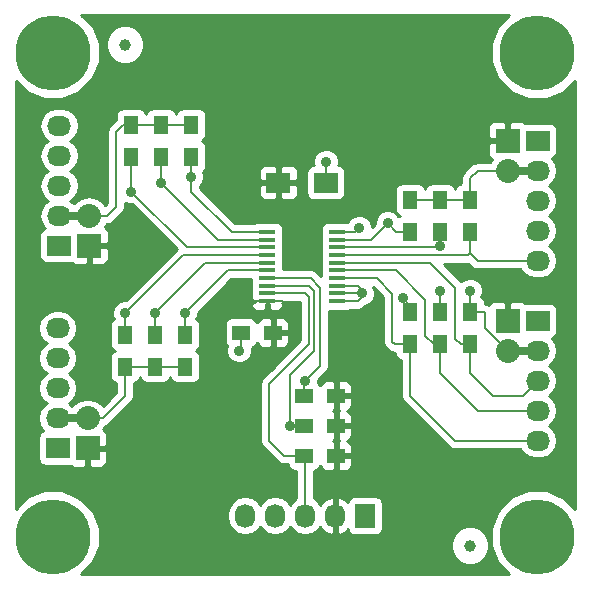
<source format=gtl>
G04 #@! TF.FileFunction,Copper,L1,Top,Signal*
%FSLAX46Y46*%
G04 Gerber Fmt 4.6, Leading zero omitted, Abs format (unit mm)*
G04 Created by KiCad (PCBNEW (after 2015-mar-04 BZR unknown)-product) date 8/1/2015 10:10:58 AM*
%MOMM*%
G01*
G04 APERTURE LIST*
%ADD10C,0.150000*%
%ADD11C,1.000000*%
%ADD12R,1.500000X1.300000*%
%ADD13R,1.300000X1.500000*%
%ADD14C,6.350000*%
%ADD15R,2.032000X1.727200*%
%ADD16O,2.032000X1.727200*%
%ADD17R,1.727200X2.032000*%
%ADD18O,1.727200X2.032000*%
%ADD19R,1.450000X0.450000*%
%ADD20R,2.032000X2.032000*%
%ADD21O,2.032000X2.032000*%
%ADD22R,2.000000X1.700000*%
%ADD23C,0.889000*%
%ADD24C,0.635000*%
%ADD25C,0.203200*%
%ADD26C,0.254000*%
G04 APERTURE END LIST*
D10*
D11*
X194310000Y-125730000D03*
X165100000Y-83312000D03*
D12*
X182960000Y-113030000D03*
X180260000Y-113030000D03*
X182960000Y-115570000D03*
X180260000Y-115570000D03*
X182960000Y-118110000D03*
X180260000Y-118110000D03*
D13*
X189230000Y-105965000D03*
X189230000Y-108665000D03*
X194310000Y-96440000D03*
X194310000Y-99140000D03*
X170688000Y-90090000D03*
X170688000Y-92790000D03*
X165100000Y-110570000D03*
X165100000Y-107870000D03*
X191770000Y-105965000D03*
X191770000Y-108665000D03*
X191770000Y-96440000D03*
X191770000Y-99140000D03*
X168148000Y-90090000D03*
X168148000Y-92790000D03*
X167640000Y-110570000D03*
X167640000Y-107870000D03*
X194310000Y-105965000D03*
X194310000Y-108665000D03*
D14*
X159000000Y-84000000D03*
X200000000Y-84000000D03*
X159000000Y-125000000D03*
X200000000Y-125000000D03*
D15*
X200025000Y-106680000D03*
D16*
X200025000Y-109220000D03*
X200025000Y-111760000D03*
X200025000Y-114300000D03*
X200025000Y-116840000D03*
D15*
X200025000Y-91440000D03*
D16*
X200025000Y-93980000D03*
X200025000Y-96520000D03*
X200025000Y-99060000D03*
X200025000Y-101600000D03*
D15*
X159512000Y-100330000D03*
D16*
X159512000Y-97790000D03*
X159512000Y-95250000D03*
X159512000Y-92710000D03*
X159512000Y-90170000D03*
D15*
X159385000Y-117475000D03*
D16*
X159385000Y-114935000D03*
X159385000Y-112395000D03*
X159385000Y-109855000D03*
X159385000Y-107315000D03*
D13*
X189230000Y-96440000D03*
X189230000Y-99140000D03*
X165608000Y-90090000D03*
X165608000Y-92790000D03*
X170180000Y-110570000D03*
X170180000Y-107870000D03*
D17*
X185420000Y-123190000D03*
D18*
X182880000Y-123190000D03*
X180340000Y-123190000D03*
X177800000Y-123190000D03*
X175260000Y-123190000D03*
D19*
X183036000Y-105033000D03*
X183036000Y-104383000D03*
X183036000Y-103733000D03*
X183036000Y-103083000D03*
X183036000Y-102433000D03*
X183036000Y-101783000D03*
X183036000Y-101133000D03*
X183036000Y-100483000D03*
X183036000Y-99833000D03*
X183036000Y-99183000D03*
X177136000Y-99183000D03*
X177136000Y-99833000D03*
X177136000Y-100483000D03*
X177136000Y-101133000D03*
X177136000Y-101783000D03*
X177136000Y-102433000D03*
X177136000Y-103083000D03*
X177136000Y-103733000D03*
X177136000Y-104383000D03*
X177136000Y-105033000D03*
D20*
X197485000Y-106680000D03*
D21*
X197485000Y-109220000D03*
D20*
X197485000Y-91440000D03*
D21*
X197485000Y-93980000D03*
D20*
X162052000Y-100330000D03*
D21*
X162052000Y-97790000D03*
D20*
X161925000Y-117475000D03*
D21*
X161925000Y-114935000D03*
D12*
X177626000Y-107696000D03*
X174926000Y-107696000D03*
D22*
X178086000Y-94996000D03*
X182086000Y-94996000D03*
D23*
X194310000Y-104140000D03*
X191770000Y-104140000D03*
X188595000Y-104775000D03*
X184912000Y-98806000D03*
X185155000Y-104383000D03*
X174752000Y-109220000D03*
X182118000Y-93218000D03*
X187325000Y-98425000D03*
X191770000Y-100330000D03*
X165608000Y-95758000D03*
X168148000Y-94996000D03*
X170180000Y-106045000D03*
X167640000Y-106045000D03*
X180340000Y-111760000D03*
X170688000Y-94488000D03*
X165100000Y-106045000D03*
X179070000Y-115570000D03*
D24*
X197485000Y-109220000D02*
X200025000Y-109220000D01*
D25*
X197485000Y-109220000D02*
X195580000Y-107315000D01*
X195580000Y-107315000D02*
X195580000Y-106045000D01*
X195580000Y-106045000D02*
X195500000Y-105965000D01*
X195500000Y-105965000D02*
X194310000Y-105965000D01*
X191770000Y-104140000D02*
X191770000Y-105965000D01*
X194310000Y-105965000D02*
X194310000Y-104140000D01*
X189230000Y-105410000D02*
X188595000Y-104775000D01*
X189230000Y-105965000D02*
X189230000Y-105410000D01*
D24*
X197485000Y-93980000D02*
X200025000Y-93980000D01*
D25*
X194945000Y-93980000D02*
X194310000Y-94615000D01*
X194310000Y-94615000D02*
X194310000Y-96440000D01*
X197485000Y-93980000D02*
X194945000Y-93980000D01*
X194310000Y-96440000D02*
X191770000Y-96440000D01*
X191770000Y-96440000D02*
X189230000Y-96440000D01*
D24*
X159512000Y-97790000D02*
X162052000Y-97790000D01*
D25*
X168148000Y-90090000D02*
X170688000Y-90090000D01*
X165608000Y-90090000D02*
X168148000Y-90090000D01*
X162052000Y-97790000D02*
X163576000Y-97790000D01*
X164926000Y-90090000D02*
X165608000Y-90090000D01*
X164338000Y-90678000D02*
X164926000Y-90090000D01*
X164338000Y-97028000D02*
X164338000Y-90678000D01*
X163576000Y-97790000D02*
X164338000Y-97028000D01*
D24*
X159385000Y-114935000D02*
X161925000Y-114935000D01*
D25*
X165100000Y-110570000D02*
X167640000Y-110570000D01*
X167640000Y-110570000D02*
X170180000Y-110570000D01*
X163195000Y-114935000D02*
X165100000Y-113030000D01*
X165100000Y-113030000D02*
X165100000Y-110570000D01*
X161925000Y-114935000D02*
X163195000Y-114935000D01*
X183036000Y-99183000D02*
X184535000Y-99183000D01*
X184535000Y-99183000D02*
X184912000Y-98806000D01*
X185166000Y-104648000D02*
X185166000Y-104394000D01*
X185166000Y-104394000D02*
X185155000Y-104383000D01*
X183036000Y-103733000D02*
X184811000Y-103733000D01*
X185155000Y-104077000D02*
X185155000Y-104383000D01*
X184811000Y-103733000D02*
X185155000Y-104077000D01*
X183036000Y-105033000D02*
X184781000Y-105033000D01*
X185155000Y-104383000D02*
X183036000Y-104383000D01*
X185166000Y-104394000D02*
X185155000Y-104383000D01*
X184781000Y-105033000D02*
X185166000Y-104648000D01*
X174926000Y-109046000D02*
X174752000Y-109220000D01*
X174926000Y-107696000D02*
X174926000Y-109046000D01*
X182086000Y-93250000D02*
X182118000Y-93218000D01*
X182086000Y-94996000D02*
X182086000Y-93250000D01*
X194310000Y-108665000D02*
X193501000Y-108665000D01*
X193501000Y-108665000D02*
X193040000Y-108204000D01*
X193040000Y-103886000D02*
X193040000Y-108204000D01*
X194009000Y-108966000D02*
X194310000Y-108665000D01*
X198755000Y-113030000D02*
X196215000Y-113030000D01*
X196215000Y-113030000D02*
X194310000Y-111125000D01*
X194310000Y-111125000D02*
X194310000Y-108665000D01*
X200025000Y-111760000D02*
X198755000Y-113030000D01*
X190937000Y-101783000D02*
X193040000Y-103886000D01*
X183036000Y-101783000D02*
X190937000Y-101783000D01*
X190500000Y-107950000D02*
X191215000Y-108665000D01*
X190500000Y-104902000D02*
X190500000Y-107950000D01*
X191215000Y-108665000D02*
X191770000Y-108665000D01*
X194945000Y-114300000D02*
X191770000Y-111125000D01*
X191770000Y-111125000D02*
X191770000Y-108665000D01*
X200025000Y-114300000D02*
X194945000Y-114300000D01*
X188031000Y-102433000D02*
X190500000Y-104902000D01*
X183036000Y-102433000D02*
X188031000Y-102433000D01*
X183036000Y-99833000D02*
X185917000Y-99833000D01*
X185917000Y-99833000D02*
X187325000Y-98425000D01*
X187325000Y-98425000D02*
X188040000Y-99140000D01*
X188040000Y-99140000D02*
X189230000Y-99140000D01*
X183036000Y-100483000D02*
X191617000Y-100483000D01*
X191617000Y-100483000D02*
X191770000Y-100330000D01*
X191770000Y-100330000D02*
X191770000Y-99140000D01*
X177136000Y-100483000D02*
X170333000Y-100483000D01*
X165608000Y-95758000D02*
X165608000Y-92790000D01*
X170333000Y-100483000D02*
X165608000Y-95758000D01*
X177136000Y-99833000D02*
X172985000Y-99833000D01*
X168148000Y-94996000D02*
X168148000Y-92790000D01*
X172985000Y-99833000D02*
X168148000Y-94996000D01*
X170180000Y-106045000D02*
X170180000Y-107870000D01*
X173792000Y-102433000D02*
X170180000Y-106045000D01*
X177136000Y-102433000D02*
X173792000Y-102433000D01*
X167640000Y-106045000D02*
X167640000Y-107870000D01*
X171902000Y-101783000D02*
X167640000Y-106045000D01*
X177136000Y-101783000D02*
X171902000Y-101783000D01*
X177136000Y-103083000D02*
X180807000Y-103083000D01*
X181610000Y-110490000D02*
X180340000Y-111760000D01*
X181610000Y-103886000D02*
X181610000Y-110490000D01*
X180807000Y-103083000D02*
X181610000Y-103886000D01*
X180340000Y-111760000D02*
X180260000Y-111760000D01*
X180260000Y-113030000D02*
X180260000Y-111760000D01*
X183036000Y-103083000D02*
X186395000Y-103083000D01*
X187913000Y-108665000D02*
X189230000Y-108665000D01*
X187706000Y-108458000D02*
X187913000Y-108665000D01*
X187706000Y-104394000D02*
X187706000Y-108458000D01*
X186395000Y-103083000D02*
X187706000Y-104394000D01*
X193040000Y-116840000D02*
X189230000Y-113030000D01*
X189230000Y-113030000D02*
X189230000Y-108665000D01*
X200025000Y-116840000D02*
X193040000Y-116840000D01*
X183036000Y-101133000D02*
X194142000Y-101133000D01*
X194142000Y-101133000D02*
X194310000Y-100965000D01*
X194310000Y-100965000D02*
X194310000Y-99140000D01*
X194945000Y-101600000D02*
X194310000Y-100965000D01*
X200025000Y-101600000D02*
X194945000Y-101600000D01*
X177136000Y-99183000D02*
X174113000Y-99183000D01*
X170688000Y-95758000D02*
X170688000Y-94488000D01*
X174113000Y-99183000D02*
X170688000Y-95758000D01*
X170688000Y-94488000D02*
X170688000Y-92790000D01*
X165100000Y-106045000D02*
X165100000Y-107870000D01*
X170012000Y-101133000D02*
X165100000Y-106045000D01*
X177136000Y-101133000D02*
X170012000Y-101133000D01*
X177136000Y-105033000D02*
X178439000Y-105033000D01*
X178439000Y-105033000D02*
X178562000Y-105156000D01*
X177136000Y-105033000D02*
X175899000Y-105033000D01*
X175899000Y-105033000D02*
X175768000Y-104902000D01*
X182880000Y-118190000D02*
X182960000Y-118110000D01*
X182880000Y-123190000D02*
X182880000Y-118190000D01*
X182960000Y-118110000D02*
X182960000Y-115570000D01*
X182960000Y-115570000D02*
X182960000Y-113030000D01*
X177136000Y-104383000D02*
X180329000Y-104383000D01*
X177292000Y-112014000D02*
X177292000Y-116840000D01*
X180644798Y-108661202D02*
X177292000Y-112014000D01*
X180644798Y-104698798D02*
X180644798Y-108661202D01*
X180329000Y-104383000D02*
X180644798Y-104698798D01*
X178562000Y-118110000D02*
X180260000Y-118110000D01*
X177292000Y-116840000D02*
X178562000Y-118110000D01*
X180340000Y-118190000D02*
X180260000Y-118110000D01*
X180340000Y-123190000D02*
X180340000Y-118190000D01*
X177136000Y-103733000D02*
X180695000Y-103733000D01*
X181102000Y-109220000D02*
X179070000Y-111252000D01*
X181102000Y-104140000D02*
X181102000Y-109220000D01*
X180695000Y-103733000D02*
X181102000Y-104140000D01*
X179070000Y-115570000D02*
X179070000Y-111252000D01*
X180260000Y-115570000D02*
X179070000Y-115570000D01*
D26*
G36*
X203174500Y-122607421D02*
X202233043Y-121664320D01*
X201708345Y-121446446D01*
X201708345Y-116840000D01*
X201594271Y-116266511D01*
X201269415Y-115780330D01*
X200954634Y-115570000D01*
X201269415Y-115359670D01*
X201594271Y-114873489D01*
X201708345Y-114300000D01*
X201594271Y-113726511D01*
X201269415Y-113240330D01*
X200954634Y-113030000D01*
X201269415Y-112819670D01*
X201594271Y-112333489D01*
X201708345Y-111760000D01*
X201594271Y-111186511D01*
X201269415Y-110700330D01*
X200954634Y-110490000D01*
X201269415Y-110279670D01*
X201594271Y-109793489D01*
X201708345Y-109220000D01*
X201594271Y-108646511D01*
X201269415Y-108160330D01*
X201253632Y-108149784D01*
X201283123Y-108144063D01*
X201495927Y-108004273D01*
X201638377Y-107793240D01*
X201688440Y-107543600D01*
X201688440Y-105816400D01*
X201641463Y-105574277D01*
X201501673Y-105361473D01*
X201290640Y-105219023D01*
X201041000Y-105168960D01*
X199009000Y-105168960D01*
X198921049Y-105186024D01*
X198860698Y-105125673D01*
X198627309Y-105029000D01*
X197770750Y-105029000D01*
X197612000Y-105187750D01*
X197612000Y-106553000D01*
X197632000Y-106553000D01*
X197632000Y-106807000D01*
X197612000Y-106807000D01*
X197612000Y-106827000D01*
X197358000Y-106827000D01*
X197358000Y-106807000D01*
X197338000Y-106807000D01*
X197338000Y-106553000D01*
X197358000Y-106553000D01*
X197358000Y-105187750D01*
X197199250Y-105029000D01*
X196342691Y-105029000D01*
X196109302Y-105125673D01*
X195930673Y-105304301D01*
X195904853Y-105366635D01*
X195781885Y-105284470D01*
X195607440Y-105249770D01*
X195607440Y-105215000D01*
X195560463Y-104972877D01*
X195420673Y-104760073D01*
X195265017Y-104655003D01*
X195389313Y-104355668D01*
X195389687Y-103926216D01*
X195225689Y-103529311D01*
X194922286Y-103225378D01*
X194525668Y-103060687D01*
X194096216Y-103060313D01*
X193699311Y-103224311D01*
X193559544Y-103363834D01*
X192065309Y-101869600D01*
X194142000Y-101869600D01*
X194167765Y-101864475D01*
X194424145Y-102120855D01*
X194663115Y-102280530D01*
X194663116Y-102280530D01*
X194945000Y-102336600D01*
X198564716Y-102336600D01*
X198780585Y-102659670D01*
X199266766Y-102984526D01*
X199840255Y-103098600D01*
X200209745Y-103098600D01*
X200783234Y-102984526D01*
X201269415Y-102659670D01*
X201594271Y-102173489D01*
X201708345Y-101600000D01*
X201594271Y-101026511D01*
X201269415Y-100540330D01*
X200954634Y-100330000D01*
X201269415Y-100119670D01*
X201594271Y-99633489D01*
X201708345Y-99060000D01*
X201594271Y-98486511D01*
X201269415Y-98000330D01*
X200954634Y-97790000D01*
X201269415Y-97579670D01*
X201594271Y-97093489D01*
X201708345Y-96520000D01*
X201594271Y-95946511D01*
X201269415Y-95460330D01*
X200954634Y-95250000D01*
X201269415Y-95039670D01*
X201594271Y-94553489D01*
X201708345Y-93980000D01*
X201594271Y-93406511D01*
X201269415Y-92920330D01*
X201253632Y-92909784D01*
X201283123Y-92904063D01*
X201495927Y-92764273D01*
X201638377Y-92553240D01*
X201688440Y-92303600D01*
X201688440Y-90576400D01*
X201641463Y-90334277D01*
X201501673Y-90121473D01*
X201290640Y-89979023D01*
X201041000Y-89928960D01*
X199009000Y-89928960D01*
X198921049Y-89946024D01*
X198860698Y-89885673D01*
X198627309Y-89789000D01*
X197770750Y-89789000D01*
X197612000Y-89947750D01*
X197612000Y-91313000D01*
X197632000Y-91313000D01*
X197632000Y-91567000D01*
X197612000Y-91567000D01*
X197612000Y-91587000D01*
X197358000Y-91587000D01*
X197358000Y-91567000D01*
X197358000Y-91313000D01*
X197358000Y-89947750D01*
X197199250Y-89789000D01*
X196342691Y-89789000D01*
X196109302Y-89885673D01*
X195930673Y-90064301D01*
X195834000Y-90297690D01*
X195834000Y-90550309D01*
X195834000Y-91154250D01*
X195992750Y-91313000D01*
X197358000Y-91313000D01*
X197358000Y-91567000D01*
X195992750Y-91567000D01*
X195834000Y-91725750D01*
X195834000Y-92329691D01*
X195834000Y-92582310D01*
X195930673Y-92815699D01*
X196109302Y-92994327D01*
X196151965Y-93011998D01*
X195997348Y-93243400D01*
X194945000Y-93243400D01*
X194663115Y-93299470D01*
X194424145Y-93459145D01*
X193789145Y-94094145D01*
X193629470Y-94333115D01*
X193573400Y-94615000D01*
X193573400Y-95059362D01*
X193417877Y-95089537D01*
X193205073Y-95229327D01*
X193062623Y-95440360D01*
X193040453Y-95550909D01*
X193020463Y-95447877D01*
X192880673Y-95235073D01*
X192669640Y-95092623D01*
X192420000Y-95042560D01*
X191120000Y-95042560D01*
X190877877Y-95089537D01*
X190665073Y-95229327D01*
X190522623Y-95440360D01*
X190500453Y-95550909D01*
X190480463Y-95447877D01*
X190340673Y-95235073D01*
X190129640Y-95092623D01*
X189880000Y-95042560D01*
X188580000Y-95042560D01*
X188337877Y-95089537D01*
X188125073Y-95229327D01*
X187982623Y-95440360D01*
X187932560Y-95690000D01*
X187932560Y-97190000D01*
X187979537Y-97432123D01*
X188119327Y-97644927D01*
X188330360Y-97787377D01*
X188339530Y-97789216D01*
X188337877Y-97789537D01*
X188253385Y-97845039D01*
X188240689Y-97814311D01*
X187937286Y-97510378D01*
X187540668Y-97345687D01*
X187111216Y-97345313D01*
X186714311Y-97509311D01*
X186410378Y-97812714D01*
X186245687Y-98209332D01*
X186245466Y-98462823D01*
X185991578Y-98716711D01*
X185991687Y-98592216D01*
X185827689Y-98195311D01*
X185524286Y-97891378D01*
X185127668Y-97726687D01*
X184698216Y-97726313D01*
X184301311Y-97890311D01*
X183997378Y-98193714D01*
X183934418Y-98345337D01*
X183761000Y-98310560D01*
X183733440Y-98310560D01*
X183733440Y-95846000D01*
X183733440Y-94146000D01*
X183686463Y-93903877D01*
X183546673Y-93691073D01*
X183335640Y-93548623D01*
X183163881Y-93514178D01*
X183197313Y-93433668D01*
X183197687Y-93004216D01*
X183033689Y-92607311D01*
X182730286Y-92303378D01*
X182333668Y-92138687D01*
X181904216Y-92138313D01*
X181507311Y-92302311D01*
X181203378Y-92605714D01*
X181038687Y-93002332D01*
X181038313Y-93431784D01*
X181067395Y-93502169D01*
X180843877Y-93545537D01*
X180631073Y-93685327D01*
X180488623Y-93896360D01*
X180438560Y-94146000D01*
X180438560Y-95846000D01*
X180485537Y-96088123D01*
X180625327Y-96300927D01*
X180836360Y-96443377D01*
X181086000Y-96493440D01*
X183086000Y-96493440D01*
X183328123Y-96446463D01*
X183540927Y-96306673D01*
X183683377Y-96095640D01*
X183733440Y-95846000D01*
X183733440Y-98310560D01*
X182311000Y-98310560D01*
X182068877Y-98357537D01*
X181856073Y-98497327D01*
X181713623Y-98708360D01*
X181663560Y-98958000D01*
X181663560Y-99408000D01*
X181683282Y-99509652D01*
X181663560Y-99608000D01*
X181663560Y-100058000D01*
X181683282Y-100159652D01*
X181663560Y-100258000D01*
X181663560Y-100708000D01*
X181683282Y-100809652D01*
X181663560Y-100908000D01*
X181663560Y-101358000D01*
X181683282Y-101459652D01*
X181663560Y-101558000D01*
X181663560Y-102008000D01*
X181683282Y-102109652D01*
X181663560Y-102208000D01*
X181663560Y-102658000D01*
X181683282Y-102759652D01*
X181663560Y-102858000D01*
X181663560Y-102897850D01*
X181327855Y-102562145D01*
X181088885Y-102402470D01*
X180807000Y-102346400D01*
X179721000Y-102346400D01*
X179721000Y-95972310D01*
X179721000Y-95719691D01*
X179721000Y-95281750D01*
X179721000Y-94710250D01*
X179721000Y-94272309D01*
X179721000Y-94019690D01*
X179624327Y-93786301D01*
X179445698Y-93607673D01*
X179212309Y-93511000D01*
X178371750Y-93511000D01*
X178213000Y-93669750D01*
X178213000Y-94869000D01*
X179562250Y-94869000D01*
X179721000Y-94710250D01*
X179721000Y-95281750D01*
X179562250Y-95123000D01*
X178213000Y-95123000D01*
X178213000Y-96322250D01*
X178371750Y-96481000D01*
X179212309Y-96481000D01*
X179445698Y-96384327D01*
X179624327Y-96205699D01*
X179721000Y-95972310D01*
X179721000Y-102346400D01*
X178508440Y-102346400D01*
X178508440Y-102208000D01*
X178488717Y-102106347D01*
X178508440Y-102008000D01*
X178508440Y-101558000D01*
X178488717Y-101456347D01*
X178508440Y-101358000D01*
X178508440Y-100908000D01*
X178488717Y-100806347D01*
X178508440Y-100708000D01*
X178508440Y-100258000D01*
X178488717Y-100156347D01*
X178508440Y-100058000D01*
X178508440Y-99608000D01*
X178488717Y-99506347D01*
X178508440Y-99408000D01*
X178508440Y-98958000D01*
X178461463Y-98715877D01*
X178321673Y-98503073D01*
X178110640Y-98360623D01*
X177959000Y-98330212D01*
X177959000Y-96322250D01*
X177959000Y-95123000D01*
X177959000Y-94869000D01*
X177959000Y-93669750D01*
X177800250Y-93511000D01*
X176959691Y-93511000D01*
X176726302Y-93607673D01*
X176547673Y-93786301D01*
X176451000Y-94019690D01*
X176451000Y-94272309D01*
X176451000Y-94710250D01*
X176609750Y-94869000D01*
X177959000Y-94869000D01*
X177959000Y-95123000D01*
X176609750Y-95123000D01*
X176451000Y-95281750D01*
X176451000Y-95719691D01*
X176451000Y-95972310D01*
X176547673Y-96205699D01*
X176726302Y-96384327D01*
X176959691Y-96481000D01*
X177800250Y-96481000D01*
X177959000Y-96322250D01*
X177959000Y-98330212D01*
X177861000Y-98310560D01*
X176411000Y-98310560D01*
X176168877Y-98357537D01*
X176033599Y-98446400D01*
X174418109Y-98446400D01*
X171424600Y-95452890D01*
X171424600Y-95277997D01*
X171602622Y-95100286D01*
X171767313Y-94703668D01*
X171767687Y-94274216D01*
X171684178Y-94072109D01*
X171792927Y-94000673D01*
X171935377Y-93789640D01*
X171985440Y-93540000D01*
X171985440Y-92040000D01*
X171938463Y-91797877D01*
X171798673Y-91585073D01*
X171587640Y-91442623D01*
X171578469Y-91440783D01*
X171580123Y-91440463D01*
X171792927Y-91300673D01*
X171935377Y-91089640D01*
X171985440Y-90840000D01*
X171985440Y-89340000D01*
X171938463Y-89097877D01*
X171798673Y-88885073D01*
X171587640Y-88742623D01*
X171338000Y-88692560D01*
X170038000Y-88692560D01*
X169795877Y-88739537D01*
X169583073Y-88879327D01*
X169440623Y-89090360D01*
X169418453Y-89200909D01*
X169398463Y-89097877D01*
X169258673Y-88885073D01*
X169047640Y-88742623D01*
X168798000Y-88692560D01*
X167498000Y-88692560D01*
X167255877Y-88739537D01*
X167043073Y-88879327D01*
X166900623Y-89090360D01*
X166878453Y-89200909D01*
X166858463Y-89097877D01*
X166727282Y-88898178D01*
X166727282Y-82989789D01*
X166480108Y-82391582D01*
X166022825Y-81933501D01*
X165425050Y-81685283D01*
X164777789Y-81684718D01*
X164179582Y-81931892D01*
X163721501Y-82389175D01*
X163473283Y-82986950D01*
X163472718Y-83634211D01*
X163719892Y-84232418D01*
X164177175Y-84690499D01*
X164774950Y-84938717D01*
X165422211Y-84939282D01*
X166020418Y-84692108D01*
X166478499Y-84234825D01*
X166726717Y-83637050D01*
X166727282Y-82989789D01*
X166727282Y-88898178D01*
X166718673Y-88885073D01*
X166507640Y-88742623D01*
X166258000Y-88692560D01*
X164958000Y-88692560D01*
X164715877Y-88739537D01*
X164503073Y-88879327D01*
X164360623Y-89090360D01*
X164310560Y-89340000D01*
X164310560Y-89663730D01*
X163817145Y-90157145D01*
X163657470Y-90396115D01*
X163601400Y-90678000D01*
X163601400Y-96722890D01*
X163432000Y-96892289D01*
X163251778Y-96622567D01*
X162716155Y-96264675D01*
X162084345Y-96139000D01*
X162019655Y-96139000D01*
X161387845Y-96264675D01*
X160852222Y-96622567D01*
X160768316Y-96748141D01*
X160756415Y-96730330D01*
X160441634Y-96520000D01*
X160756415Y-96309670D01*
X161081271Y-95823489D01*
X161195345Y-95250000D01*
X161081271Y-94676511D01*
X160756415Y-94190330D01*
X160441634Y-93980000D01*
X160756415Y-93769670D01*
X161081271Y-93283489D01*
X161195345Y-92710000D01*
X161081271Y-92136511D01*
X160756415Y-91650330D01*
X160441634Y-91440000D01*
X160756415Y-91229670D01*
X161081271Y-90743489D01*
X161195345Y-90170000D01*
X161081271Y-89596511D01*
X160756415Y-89110330D01*
X160270234Y-88785474D01*
X159696745Y-88671400D01*
X159327255Y-88671400D01*
X158753766Y-88785474D01*
X158267585Y-89110330D01*
X157942729Y-89596511D01*
X157828655Y-90170000D01*
X157942729Y-90743489D01*
X158267585Y-91229670D01*
X158582365Y-91440000D01*
X158267585Y-91650330D01*
X157942729Y-92136511D01*
X157828655Y-92710000D01*
X157942729Y-93283489D01*
X158267585Y-93769670D01*
X158582365Y-93980000D01*
X158267585Y-94190330D01*
X157942729Y-94676511D01*
X157828655Y-95250000D01*
X157942729Y-95823489D01*
X158267585Y-96309670D01*
X158582365Y-96520000D01*
X158267585Y-96730330D01*
X157942729Y-97216511D01*
X157828655Y-97790000D01*
X157942729Y-98363489D01*
X158267585Y-98849670D01*
X158283367Y-98860215D01*
X158253877Y-98865937D01*
X158041073Y-99005727D01*
X157898623Y-99216760D01*
X157848560Y-99466400D01*
X157848560Y-101193600D01*
X157895537Y-101435723D01*
X158035327Y-101648527D01*
X158246360Y-101790977D01*
X158496000Y-101841040D01*
X160528000Y-101841040D01*
X160615950Y-101823975D01*
X160676302Y-101884327D01*
X160909691Y-101981000D01*
X161766250Y-101981000D01*
X161925000Y-101822250D01*
X161925000Y-100457000D01*
X161905000Y-100457000D01*
X161905000Y-100203000D01*
X161925000Y-100203000D01*
X161925000Y-100183000D01*
X162179000Y-100183000D01*
X162179000Y-100203000D01*
X163544250Y-100203000D01*
X163703000Y-100044250D01*
X163703000Y-99440309D01*
X163703000Y-99187690D01*
X163606327Y-98954301D01*
X163427698Y-98775673D01*
X163385034Y-98758001D01*
X163539651Y-98526600D01*
X163576000Y-98526600D01*
X163857885Y-98470530D01*
X164096855Y-98310855D01*
X164858855Y-97548855D01*
X165018530Y-97309885D01*
X165018530Y-97309884D01*
X165074600Y-97028000D01*
X165074600Y-96705378D01*
X165392332Y-96837313D01*
X165645823Y-96837533D01*
X169455790Y-100647500D01*
X165137757Y-104965532D01*
X164886216Y-104965313D01*
X164489311Y-105129311D01*
X164185378Y-105432714D01*
X164020687Y-105829332D01*
X164020313Y-106258784D01*
X164145094Y-106560778D01*
X163995073Y-106659327D01*
X163852623Y-106870360D01*
X163802560Y-107120000D01*
X163802560Y-108620000D01*
X163849537Y-108862123D01*
X163989327Y-109074927D01*
X164200360Y-109217377D01*
X164209530Y-109219216D01*
X164207877Y-109219537D01*
X163995073Y-109359327D01*
X163852623Y-109570360D01*
X163802560Y-109820000D01*
X163802560Y-111320000D01*
X163849537Y-111562123D01*
X163989327Y-111774927D01*
X164200360Y-111917377D01*
X164363400Y-111950073D01*
X164363400Y-112724890D01*
X163703000Y-113385289D01*
X163703000Y-101472310D01*
X163703000Y-101219691D01*
X163703000Y-100615750D01*
X163544250Y-100457000D01*
X162179000Y-100457000D01*
X162179000Y-101822250D01*
X162337750Y-101981000D01*
X163194309Y-101981000D01*
X163427698Y-101884327D01*
X163606327Y-101705699D01*
X163703000Y-101472310D01*
X163703000Y-113385289D01*
X163203262Y-113885027D01*
X163124778Y-113767567D01*
X162589155Y-113409675D01*
X161957345Y-113284000D01*
X161892655Y-113284000D01*
X161260845Y-113409675D01*
X160725222Y-113767567D01*
X160641316Y-113893141D01*
X160629415Y-113875330D01*
X160314634Y-113665000D01*
X160629415Y-113454670D01*
X160954271Y-112968489D01*
X161068345Y-112395000D01*
X160954271Y-111821511D01*
X160629415Y-111335330D01*
X160314634Y-111125000D01*
X160629415Y-110914670D01*
X160954271Y-110428489D01*
X161068345Y-109855000D01*
X160954271Y-109281511D01*
X160629415Y-108795330D01*
X160314634Y-108585000D01*
X160629415Y-108374670D01*
X160954271Y-107888489D01*
X161068345Y-107315000D01*
X160954271Y-106741511D01*
X160629415Y-106255330D01*
X160143234Y-105930474D01*
X159569745Y-105816400D01*
X159200255Y-105816400D01*
X158626766Y-105930474D01*
X158140585Y-106255330D01*
X157815729Y-106741511D01*
X157701655Y-107315000D01*
X157815729Y-107888489D01*
X158140585Y-108374670D01*
X158455365Y-108585000D01*
X158140585Y-108795330D01*
X157815729Y-109281511D01*
X157701655Y-109855000D01*
X157815729Y-110428489D01*
X158140585Y-110914670D01*
X158455365Y-111125000D01*
X158140585Y-111335330D01*
X157815729Y-111821511D01*
X157701655Y-112395000D01*
X157815729Y-112968489D01*
X158140585Y-113454670D01*
X158455365Y-113665000D01*
X158140585Y-113875330D01*
X157815729Y-114361511D01*
X157701655Y-114935000D01*
X157815729Y-115508489D01*
X158140585Y-115994670D01*
X158156367Y-116005215D01*
X158126877Y-116010937D01*
X157914073Y-116150727D01*
X157771623Y-116361760D01*
X157721560Y-116611400D01*
X157721560Y-118338600D01*
X157768537Y-118580723D01*
X157908327Y-118793527D01*
X158119360Y-118935977D01*
X158369000Y-118986040D01*
X160401000Y-118986040D01*
X160488950Y-118968975D01*
X160549302Y-119029327D01*
X160782691Y-119126000D01*
X161639250Y-119126000D01*
X161798000Y-118967250D01*
X161798000Y-117602000D01*
X161778000Y-117602000D01*
X161778000Y-117348000D01*
X161798000Y-117348000D01*
X161798000Y-117328000D01*
X162052000Y-117328000D01*
X162052000Y-117348000D01*
X163417250Y-117348000D01*
X163576000Y-117189250D01*
X163576000Y-116585309D01*
X163576000Y-116332690D01*
X163479327Y-116099301D01*
X163300698Y-115920673D01*
X163258034Y-115903001D01*
X163446013Y-115621670D01*
X163476885Y-115615530D01*
X163715855Y-115455855D01*
X165620855Y-113550855D01*
X165780530Y-113311885D01*
X165780530Y-113311884D01*
X165836600Y-113030000D01*
X165836600Y-111950637D01*
X165992123Y-111920463D01*
X166204927Y-111780673D01*
X166347377Y-111569640D01*
X166369546Y-111459090D01*
X166389537Y-111562123D01*
X166529327Y-111774927D01*
X166740360Y-111917377D01*
X166990000Y-111967440D01*
X168290000Y-111967440D01*
X168532123Y-111920463D01*
X168744927Y-111780673D01*
X168887377Y-111569640D01*
X168909546Y-111459090D01*
X168929537Y-111562123D01*
X169069327Y-111774927D01*
X169280360Y-111917377D01*
X169530000Y-111967440D01*
X170830000Y-111967440D01*
X171072123Y-111920463D01*
X171284927Y-111780673D01*
X171427377Y-111569640D01*
X171477440Y-111320000D01*
X171477440Y-109820000D01*
X171430463Y-109577877D01*
X171290673Y-109365073D01*
X171079640Y-109222623D01*
X171070469Y-109220783D01*
X171072123Y-109220463D01*
X171284927Y-109080673D01*
X171427377Y-108869640D01*
X171477440Y-108620000D01*
X171477440Y-107120000D01*
X171430463Y-106877877D01*
X171290673Y-106665073D01*
X171135017Y-106560003D01*
X171259313Y-106260668D01*
X171259533Y-106007176D01*
X174097110Y-103169600D01*
X175763560Y-103169600D01*
X175763560Y-103308000D01*
X175783282Y-103409652D01*
X175763560Y-103508000D01*
X175763560Y-103958000D01*
X175783282Y-104059652D01*
X175763560Y-104158000D01*
X175763560Y-104608000D01*
X175777264Y-104678636D01*
X175776000Y-104681690D01*
X175776000Y-104761750D01*
X175797577Y-104783327D01*
X175810537Y-104850123D01*
X175950327Y-105062927D01*
X176072655Y-105145500D01*
X175934750Y-105145500D01*
X175776000Y-105304250D01*
X175776000Y-105384310D01*
X175872673Y-105617699D01*
X176051302Y-105796327D01*
X176284691Y-105893000D01*
X176850250Y-105893000D01*
X177009000Y-105734250D01*
X177009000Y-105255440D01*
X177263000Y-105255440D01*
X177263000Y-105734250D01*
X177421750Y-105893000D01*
X177987309Y-105893000D01*
X178220698Y-105796327D01*
X178399327Y-105617699D01*
X178496000Y-105384310D01*
X178496000Y-105304250D01*
X178351752Y-105160002D01*
X178496000Y-105160002D01*
X178496000Y-105119600D01*
X179908198Y-105119600D01*
X179908198Y-108356092D01*
X179011000Y-109253290D01*
X179011000Y-108472310D01*
X179011000Y-108219691D01*
X179011000Y-107981750D01*
X179011000Y-107410250D01*
X179011000Y-107172309D01*
X179011000Y-106919690D01*
X178914327Y-106686301D01*
X178735698Y-106507673D01*
X178502309Y-106411000D01*
X177911750Y-106411000D01*
X177753000Y-106569750D01*
X177753000Y-107569000D01*
X178852250Y-107569000D01*
X179011000Y-107410250D01*
X179011000Y-107981750D01*
X178852250Y-107823000D01*
X177753000Y-107823000D01*
X177753000Y-108822250D01*
X177911750Y-108981000D01*
X178502309Y-108981000D01*
X178735698Y-108884327D01*
X178914327Y-108705699D01*
X179011000Y-108472310D01*
X179011000Y-109253290D01*
X177499000Y-110765290D01*
X177499000Y-108822250D01*
X177499000Y-107823000D01*
X177479000Y-107823000D01*
X177479000Y-107569000D01*
X177499000Y-107569000D01*
X177499000Y-106569750D01*
X177340250Y-106411000D01*
X176749691Y-106411000D01*
X176516302Y-106507673D01*
X176337673Y-106686301D01*
X176280453Y-106824442D01*
X176276463Y-106803877D01*
X176136673Y-106591073D01*
X175925640Y-106448623D01*
X175676000Y-106398560D01*
X174176000Y-106398560D01*
X173933877Y-106445537D01*
X173721073Y-106585327D01*
X173578623Y-106796360D01*
X173528560Y-107046000D01*
X173528560Y-108346000D01*
X173575537Y-108588123D01*
X173715327Y-108800927D01*
X173747992Y-108822976D01*
X173672687Y-109004332D01*
X173672313Y-109433784D01*
X173836311Y-109830689D01*
X174139714Y-110134622D01*
X174536332Y-110299313D01*
X174965784Y-110299687D01*
X175362689Y-110135689D01*
X175666622Y-109832286D01*
X175831313Y-109435668D01*
X175831687Y-109006216D01*
X175815245Y-108966423D01*
X175918123Y-108946463D01*
X176130927Y-108806673D01*
X176273377Y-108595640D01*
X176279479Y-108565208D01*
X176337673Y-108705699D01*
X176516302Y-108884327D01*
X176749691Y-108981000D01*
X177340250Y-108981000D01*
X177499000Y-108822250D01*
X177499000Y-110765290D01*
X176771145Y-111493145D01*
X176611470Y-111732115D01*
X176555400Y-112014000D01*
X176555400Y-116840000D01*
X176611470Y-117121885D01*
X176771145Y-117360855D01*
X178041145Y-118630855D01*
X178280115Y-118790530D01*
X178562000Y-118846600D01*
X178879362Y-118846600D01*
X178909537Y-119002123D01*
X179049327Y-119214927D01*
X179260360Y-119357377D01*
X179510000Y-119407440D01*
X179603400Y-119407440D01*
X179603400Y-121729716D01*
X179280330Y-121945585D01*
X179070000Y-122260365D01*
X178859670Y-121945585D01*
X178373489Y-121620729D01*
X177800000Y-121506655D01*
X177226511Y-121620729D01*
X176740330Y-121945585D01*
X176530000Y-122260365D01*
X176319670Y-121945585D01*
X175833489Y-121620729D01*
X175260000Y-121506655D01*
X174686511Y-121620729D01*
X174200330Y-121945585D01*
X173875474Y-122431766D01*
X173761400Y-123005255D01*
X173761400Y-123374745D01*
X173875474Y-123948234D01*
X174200330Y-124434415D01*
X174686511Y-124759271D01*
X175260000Y-124873345D01*
X175833489Y-124759271D01*
X176319670Y-124434415D01*
X176530000Y-124119634D01*
X176740330Y-124434415D01*
X177226511Y-124759271D01*
X177800000Y-124873345D01*
X178373489Y-124759271D01*
X178859670Y-124434415D01*
X179070000Y-124119634D01*
X179280330Y-124434415D01*
X179766511Y-124759271D01*
X180340000Y-124873345D01*
X180913489Y-124759271D01*
X181399670Y-124434415D01*
X181606460Y-124124930D01*
X181977964Y-124540732D01*
X182505209Y-124794709D01*
X182520974Y-124797358D01*
X182753000Y-124676217D01*
X182753000Y-123317000D01*
X182733000Y-123317000D01*
X182733000Y-123063000D01*
X182753000Y-123063000D01*
X182753000Y-121703783D01*
X182520974Y-121582642D01*
X182505209Y-121585291D01*
X181977964Y-121839268D01*
X181606460Y-122255069D01*
X181399670Y-121945585D01*
X181076600Y-121729716D01*
X181076600Y-119394518D01*
X181252123Y-119360463D01*
X181464927Y-119220673D01*
X181607377Y-119009640D01*
X181613479Y-118979208D01*
X181671673Y-119119699D01*
X181850302Y-119298327D01*
X182083691Y-119395000D01*
X182674250Y-119395000D01*
X182833000Y-119236250D01*
X182833000Y-118237000D01*
X182813000Y-118237000D01*
X182813000Y-117983000D01*
X182833000Y-117983000D01*
X182833000Y-116983750D01*
X182689250Y-116840000D01*
X182833000Y-116696250D01*
X182833000Y-115697000D01*
X182813000Y-115697000D01*
X182813000Y-115443000D01*
X182833000Y-115443000D01*
X182833000Y-114443750D01*
X182689250Y-114300000D01*
X182833000Y-114156250D01*
X182833000Y-113157000D01*
X182813000Y-113157000D01*
X182813000Y-112903000D01*
X182833000Y-112903000D01*
X182833000Y-111903750D01*
X182674250Y-111745000D01*
X182083691Y-111745000D01*
X181850302Y-111841673D01*
X181671673Y-112020301D01*
X181614453Y-112158442D01*
X181610463Y-112137877D01*
X181470673Y-111925073D01*
X181419387Y-111890454D01*
X181419533Y-111722176D01*
X182130855Y-111010855D01*
X182290530Y-110771885D01*
X182346600Y-110490000D01*
X182346600Y-105905440D01*
X183761000Y-105905440D01*
X184003123Y-105858463D01*
X184138400Y-105769600D01*
X184781000Y-105769600D01*
X185062885Y-105713530D01*
X185301855Y-105553855D01*
X185410090Y-105445619D01*
X185765689Y-105298689D01*
X186069622Y-104995286D01*
X186234313Y-104598668D01*
X186234687Y-104169216D01*
X186090466Y-103820176D01*
X186969400Y-104699110D01*
X186969400Y-108458000D01*
X187025470Y-108739885D01*
X187185145Y-108978855D01*
X187392145Y-109185855D01*
X187631115Y-109345530D01*
X187913000Y-109401600D01*
X187932560Y-109401600D01*
X187932560Y-109415000D01*
X187979537Y-109657123D01*
X188119327Y-109869927D01*
X188330360Y-110012377D01*
X188493400Y-110045073D01*
X188493400Y-113030000D01*
X188549470Y-113311885D01*
X188709145Y-113550855D01*
X192519145Y-117360855D01*
X192758115Y-117520530D01*
X192758116Y-117520530D01*
X193040000Y-117576600D01*
X198564716Y-117576600D01*
X198780585Y-117899670D01*
X199266766Y-118224526D01*
X199840255Y-118338600D01*
X200209745Y-118338600D01*
X200783234Y-118224526D01*
X201269415Y-117899670D01*
X201594271Y-117413489D01*
X201708345Y-116840000D01*
X201708345Y-121446446D01*
X200786553Y-121063685D01*
X199220318Y-121062318D01*
X197772782Y-121660428D01*
X196664320Y-122766957D01*
X196063685Y-124213447D01*
X196062318Y-125779682D01*
X196660428Y-127227218D01*
X197606058Y-128174500D01*
X195937282Y-128174500D01*
X195937282Y-125407789D01*
X195690108Y-124809582D01*
X195232825Y-124351501D01*
X194635050Y-124103283D01*
X193987789Y-124102718D01*
X193389582Y-124349892D01*
X192931501Y-124807175D01*
X192683283Y-125404950D01*
X192682718Y-126052211D01*
X192929892Y-126650418D01*
X193387175Y-127108499D01*
X193984950Y-127356717D01*
X194632211Y-127357282D01*
X195230418Y-127110108D01*
X195688499Y-126652825D01*
X195936717Y-126055050D01*
X195937282Y-125407789D01*
X195937282Y-128174500D01*
X186931040Y-128174500D01*
X186931040Y-124206000D01*
X186931040Y-122174000D01*
X186884063Y-121931877D01*
X186744273Y-121719073D01*
X186533240Y-121576623D01*
X186283600Y-121526560D01*
X184556400Y-121526560D01*
X184345000Y-121567576D01*
X184345000Y-118886310D01*
X184345000Y-118633691D01*
X184345000Y-118395750D01*
X184345000Y-117824250D01*
X184345000Y-117586309D01*
X184345000Y-117333690D01*
X184248327Y-117100301D01*
X184069698Y-116921673D01*
X183872522Y-116840000D01*
X184069698Y-116758327D01*
X184248327Y-116579699D01*
X184345000Y-116346310D01*
X184345000Y-116093691D01*
X184345000Y-115855750D01*
X184345000Y-115284250D01*
X184345000Y-115046309D01*
X184345000Y-114793690D01*
X184248327Y-114560301D01*
X184069698Y-114381673D01*
X183872522Y-114300000D01*
X184069698Y-114218327D01*
X184248327Y-114039699D01*
X184345000Y-113806310D01*
X184345000Y-113553691D01*
X184345000Y-113315750D01*
X184345000Y-112744250D01*
X184345000Y-112506309D01*
X184345000Y-112253690D01*
X184248327Y-112020301D01*
X184069698Y-111841673D01*
X183836309Y-111745000D01*
X183245750Y-111745000D01*
X183087000Y-111903750D01*
X183087000Y-112903000D01*
X184186250Y-112903000D01*
X184345000Y-112744250D01*
X184345000Y-113315750D01*
X184186250Y-113157000D01*
X183087000Y-113157000D01*
X183087000Y-114156250D01*
X183230750Y-114300000D01*
X183087000Y-114443750D01*
X183087000Y-115443000D01*
X184186250Y-115443000D01*
X184345000Y-115284250D01*
X184345000Y-115855750D01*
X184186250Y-115697000D01*
X183087000Y-115697000D01*
X183087000Y-116696250D01*
X183230750Y-116840000D01*
X183087000Y-116983750D01*
X183087000Y-117983000D01*
X184186250Y-117983000D01*
X184345000Y-117824250D01*
X184345000Y-118395750D01*
X184186250Y-118237000D01*
X183087000Y-118237000D01*
X183087000Y-119236250D01*
X183245750Y-119395000D01*
X183836309Y-119395000D01*
X184069698Y-119298327D01*
X184248327Y-119119699D01*
X184345000Y-118886310D01*
X184345000Y-121567576D01*
X184314277Y-121573537D01*
X184101473Y-121713327D01*
X183959023Y-121924360D01*
X183940516Y-122016645D01*
X183782036Y-121839268D01*
X183254791Y-121585291D01*
X183239026Y-121582642D01*
X183007000Y-121703783D01*
X183007000Y-123063000D01*
X183027000Y-123063000D01*
X183027000Y-123317000D01*
X183007000Y-123317000D01*
X183007000Y-124676217D01*
X183239026Y-124797358D01*
X183254791Y-124794709D01*
X183782036Y-124540732D01*
X183939673Y-124364298D01*
X183955937Y-124448123D01*
X184095727Y-124660927D01*
X184306760Y-124803377D01*
X184556400Y-124853440D01*
X186283600Y-124853440D01*
X186525723Y-124806463D01*
X186738527Y-124666673D01*
X186880977Y-124455640D01*
X186931040Y-124206000D01*
X186931040Y-128174500D01*
X163576000Y-128174500D01*
X163576000Y-118617310D01*
X163576000Y-118364691D01*
X163576000Y-117760750D01*
X163417250Y-117602000D01*
X162052000Y-117602000D01*
X162052000Y-118967250D01*
X162210750Y-119126000D01*
X163067309Y-119126000D01*
X163300698Y-119029327D01*
X163479327Y-118850699D01*
X163576000Y-118617310D01*
X163576000Y-128174500D01*
X161392578Y-128174500D01*
X162335680Y-127233043D01*
X162936315Y-125786553D01*
X162937682Y-124220318D01*
X162339572Y-122772782D01*
X161233043Y-121664320D01*
X159786553Y-121063685D01*
X158220318Y-121062318D01*
X156772782Y-121660428D01*
X155825500Y-122606058D01*
X155825500Y-86392578D01*
X156766957Y-87335680D01*
X158213447Y-87936315D01*
X159779682Y-87937682D01*
X161227218Y-87339572D01*
X162335680Y-86233043D01*
X162936315Y-84786553D01*
X162937682Y-83220318D01*
X162339572Y-81772782D01*
X161393941Y-80825500D01*
X197607421Y-80825500D01*
X196664320Y-81766957D01*
X196063685Y-83213447D01*
X196062318Y-84779682D01*
X196660428Y-86227218D01*
X197766957Y-87335680D01*
X199213447Y-87936315D01*
X200779682Y-87937682D01*
X202227218Y-87339572D01*
X203174500Y-86393941D01*
X203174500Y-122607421D01*
X203174500Y-122607421D01*
G37*
X203174500Y-122607421D02*
X202233043Y-121664320D01*
X201708345Y-121446446D01*
X201708345Y-116840000D01*
X201594271Y-116266511D01*
X201269415Y-115780330D01*
X200954634Y-115570000D01*
X201269415Y-115359670D01*
X201594271Y-114873489D01*
X201708345Y-114300000D01*
X201594271Y-113726511D01*
X201269415Y-113240330D01*
X200954634Y-113030000D01*
X201269415Y-112819670D01*
X201594271Y-112333489D01*
X201708345Y-111760000D01*
X201594271Y-111186511D01*
X201269415Y-110700330D01*
X200954634Y-110490000D01*
X201269415Y-110279670D01*
X201594271Y-109793489D01*
X201708345Y-109220000D01*
X201594271Y-108646511D01*
X201269415Y-108160330D01*
X201253632Y-108149784D01*
X201283123Y-108144063D01*
X201495927Y-108004273D01*
X201638377Y-107793240D01*
X201688440Y-107543600D01*
X201688440Y-105816400D01*
X201641463Y-105574277D01*
X201501673Y-105361473D01*
X201290640Y-105219023D01*
X201041000Y-105168960D01*
X199009000Y-105168960D01*
X198921049Y-105186024D01*
X198860698Y-105125673D01*
X198627309Y-105029000D01*
X197770750Y-105029000D01*
X197612000Y-105187750D01*
X197612000Y-106553000D01*
X197632000Y-106553000D01*
X197632000Y-106807000D01*
X197612000Y-106807000D01*
X197612000Y-106827000D01*
X197358000Y-106827000D01*
X197358000Y-106807000D01*
X197338000Y-106807000D01*
X197338000Y-106553000D01*
X197358000Y-106553000D01*
X197358000Y-105187750D01*
X197199250Y-105029000D01*
X196342691Y-105029000D01*
X196109302Y-105125673D01*
X195930673Y-105304301D01*
X195904853Y-105366635D01*
X195781885Y-105284470D01*
X195607440Y-105249770D01*
X195607440Y-105215000D01*
X195560463Y-104972877D01*
X195420673Y-104760073D01*
X195265017Y-104655003D01*
X195389313Y-104355668D01*
X195389687Y-103926216D01*
X195225689Y-103529311D01*
X194922286Y-103225378D01*
X194525668Y-103060687D01*
X194096216Y-103060313D01*
X193699311Y-103224311D01*
X193559544Y-103363834D01*
X192065309Y-101869600D01*
X194142000Y-101869600D01*
X194167765Y-101864475D01*
X194424145Y-102120855D01*
X194663115Y-102280530D01*
X194663116Y-102280530D01*
X194945000Y-102336600D01*
X198564716Y-102336600D01*
X198780585Y-102659670D01*
X199266766Y-102984526D01*
X199840255Y-103098600D01*
X200209745Y-103098600D01*
X200783234Y-102984526D01*
X201269415Y-102659670D01*
X201594271Y-102173489D01*
X201708345Y-101600000D01*
X201594271Y-101026511D01*
X201269415Y-100540330D01*
X200954634Y-100330000D01*
X201269415Y-100119670D01*
X201594271Y-99633489D01*
X201708345Y-99060000D01*
X201594271Y-98486511D01*
X201269415Y-98000330D01*
X200954634Y-97790000D01*
X201269415Y-97579670D01*
X201594271Y-97093489D01*
X201708345Y-96520000D01*
X201594271Y-95946511D01*
X201269415Y-95460330D01*
X200954634Y-95250000D01*
X201269415Y-95039670D01*
X201594271Y-94553489D01*
X201708345Y-93980000D01*
X201594271Y-93406511D01*
X201269415Y-92920330D01*
X201253632Y-92909784D01*
X201283123Y-92904063D01*
X201495927Y-92764273D01*
X201638377Y-92553240D01*
X201688440Y-92303600D01*
X201688440Y-90576400D01*
X201641463Y-90334277D01*
X201501673Y-90121473D01*
X201290640Y-89979023D01*
X201041000Y-89928960D01*
X199009000Y-89928960D01*
X198921049Y-89946024D01*
X198860698Y-89885673D01*
X198627309Y-89789000D01*
X197770750Y-89789000D01*
X197612000Y-89947750D01*
X197612000Y-91313000D01*
X197632000Y-91313000D01*
X197632000Y-91567000D01*
X197612000Y-91567000D01*
X197612000Y-91587000D01*
X197358000Y-91587000D01*
X197358000Y-91567000D01*
X197358000Y-91313000D01*
X197358000Y-89947750D01*
X197199250Y-89789000D01*
X196342691Y-89789000D01*
X196109302Y-89885673D01*
X195930673Y-90064301D01*
X195834000Y-90297690D01*
X195834000Y-90550309D01*
X195834000Y-91154250D01*
X195992750Y-91313000D01*
X197358000Y-91313000D01*
X197358000Y-91567000D01*
X195992750Y-91567000D01*
X195834000Y-91725750D01*
X195834000Y-92329691D01*
X195834000Y-92582310D01*
X195930673Y-92815699D01*
X196109302Y-92994327D01*
X196151965Y-93011998D01*
X195997348Y-93243400D01*
X194945000Y-93243400D01*
X194663115Y-93299470D01*
X194424145Y-93459145D01*
X193789145Y-94094145D01*
X193629470Y-94333115D01*
X193573400Y-94615000D01*
X193573400Y-95059362D01*
X193417877Y-95089537D01*
X193205073Y-95229327D01*
X193062623Y-95440360D01*
X193040453Y-95550909D01*
X193020463Y-95447877D01*
X192880673Y-95235073D01*
X192669640Y-95092623D01*
X192420000Y-95042560D01*
X191120000Y-95042560D01*
X190877877Y-95089537D01*
X190665073Y-95229327D01*
X190522623Y-95440360D01*
X190500453Y-95550909D01*
X190480463Y-95447877D01*
X190340673Y-95235073D01*
X190129640Y-95092623D01*
X189880000Y-95042560D01*
X188580000Y-95042560D01*
X188337877Y-95089537D01*
X188125073Y-95229327D01*
X187982623Y-95440360D01*
X187932560Y-95690000D01*
X187932560Y-97190000D01*
X187979537Y-97432123D01*
X188119327Y-97644927D01*
X188330360Y-97787377D01*
X188339530Y-97789216D01*
X188337877Y-97789537D01*
X188253385Y-97845039D01*
X188240689Y-97814311D01*
X187937286Y-97510378D01*
X187540668Y-97345687D01*
X187111216Y-97345313D01*
X186714311Y-97509311D01*
X186410378Y-97812714D01*
X186245687Y-98209332D01*
X186245466Y-98462823D01*
X185991578Y-98716711D01*
X185991687Y-98592216D01*
X185827689Y-98195311D01*
X185524286Y-97891378D01*
X185127668Y-97726687D01*
X184698216Y-97726313D01*
X184301311Y-97890311D01*
X183997378Y-98193714D01*
X183934418Y-98345337D01*
X183761000Y-98310560D01*
X183733440Y-98310560D01*
X183733440Y-95846000D01*
X183733440Y-94146000D01*
X183686463Y-93903877D01*
X183546673Y-93691073D01*
X183335640Y-93548623D01*
X183163881Y-93514178D01*
X183197313Y-93433668D01*
X183197687Y-93004216D01*
X183033689Y-92607311D01*
X182730286Y-92303378D01*
X182333668Y-92138687D01*
X181904216Y-92138313D01*
X181507311Y-92302311D01*
X181203378Y-92605714D01*
X181038687Y-93002332D01*
X181038313Y-93431784D01*
X181067395Y-93502169D01*
X180843877Y-93545537D01*
X180631073Y-93685327D01*
X180488623Y-93896360D01*
X180438560Y-94146000D01*
X180438560Y-95846000D01*
X180485537Y-96088123D01*
X180625327Y-96300927D01*
X180836360Y-96443377D01*
X181086000Y-96493440D01*
X183086000Y-96493440D01*
X183328123Y-96446463D01*
X183540927Y-96306673D01*
X183683377Y-96095640D01*
X183733440Y-95846000D01*
X183733440Y-98310560D01*
X182311000Y-98310560D01*
X182068877Y-98357537D01*
X181856073Y-98497327D01*
X181713623Y-98708360D01*
X181663560Y-98958000D01*
X181663560Y-99408000D01*
X181683282Y-99509652D01*
X181663560Y-99608000D01*
X181663560Y-100058000D01*
X181683282Y-100159652D01*
X181663560Y-100258000D01*
X181663560Y-100708000D01*
X181683282Y-100809652D01*
X181663560Y-100908000D01*
X181663560Y-101358000D01*
X181683282Y-101459652D01*
X181663560Y-101558000D01*
X181663560Y-102008000D01*
X181683282Y-102109652D01*
X181663560Y-102208000D01*
X181663560Y-102658000D01*
X181683282Y-102759652D01*
X181663560Y-102858000D01*
X181663560Y-102897850D01*
X181327855Y-102562145D01*
X181088885Y-102402470D01*
X180807000Y-102346400D01*
X179721000Y-102346400D01*
X179721000Y-95972310D01*
X179721000Y-95719691D01*
X179721000Y-95281750D01*
X179721000Y-94710250D01*
X179721000Y-94272309D01*
X179721000Y-94019690D01*
X179624327Y-93786301D01*
X179445698Y-93607673D01*
X179212309Y-93511000D01*
X178371750Y-93511000D01*
X178213000Y-93669750D01*
X178213000Y-94869000D01*
X179562250Y-94869000D01*
X179721000Y-94710250D01*
X179721000Y-95281750D01*
X179562250Y-95123000D01*
X178213000Y-95123000D01*
X178213000Y-96322250D01*
X178371750Y-96481000D01*
X179212309Y-96481000D01*
X179445698Y-96384327D01*
X179624327Y-96205699D01*
X179721000Y-95972310D01*
X179721000Y-102346400D01*
X178508440Y-102346400D01*
X178508440Y-102208000D01*
X178488717Y-102106347D01*
X178508440Y-102008000D01*
X178508440Y-101558000D01*
X178488717Y-101456347D01*
X178508440Y-101358000D01*
X178508440Y-100908000D01*
X178488717Y-100806347D01*
X178508440Y-100708000D01*
X178508440Y-100258000D01*
X178488717Y-100156347D01*
X178508440Y-100058000D01*
X178508440Y-99608000D01*
X178488717Y-99506347D01*
X178508440Y-99408000D01*
X178508440Y-98958000D01*
X178461463Y-98715877D01*
X178321673Y-98503073D01*
X178110640Y-98360623D01*
X177959000Y-98330212D01*
X177959000Y-96322250D01*
X177959000Y-95123000D01*
X177959000Y-94869000D01*
X177959000Y-93669750D01*
X177800250Y-93511000D01*
X176959691Y-93511000D01*
X176726302Y-93607673D01*
X176547673Y-93786301D01*
X176451000Y-94019690D01*
X176451000Y-94272309D01*
X176451000Y-94710250D01*
X176609750Y-94869000D01*
X177959000Y-94869000D01*
X177959000Y-95123000D01*
X176609750Y-95123000D01*
X176451000Y-95281750D01*
X176451000Y-95719691D01*
X176451000Y-95972310D01*
X176547673Y-96205699D01*
X176726302Y-96384327D01*
X176959691Y-96481000D01*
X177800250Y-96481000D01*
X177959000Y-96322250D01*
X177959000Y-98330212D01*
X177861000Y-98310560D01*
X176411000Y-98310560D01*
X176168877Y-98357537D01*
X176033599Y-98446400D01*
X174418109Y-98446400D01*
X171424600Y-95452890D01*
X171424600Y-95277997D01*
X171602622Y-95100286D01*
X171767313Y-94703668D01*
X171767687Y-94274216D01*
X171684178Y-94072109D01*
X171792927Y-94000673D01*
X171935377Y-93789640D01*
X171985440Y-93540000D01*
X171985440Y-92040000D01*
X171938463Y-91797877D01*
X171798673Y-91585073D01*
X171587640Y-91442623D01*
X171578469Y-91440783D01*
X171580123Y-91440463D01*
X171792927Y-91300673D01*
X171935377Y-91089640D01*
X171985440Y-90840000D01*
X171985440Y-89340000D01*
X171938463Y-89097877D01*
X171798673Y-88885073D01*
X171587640Y-88742623D01*
X171338000Y-88692560D01*
X170038000Y-88692560D01*
X169795877Y-88739537D01*
X169583073Y-88879327D01*
X169440623Y-89090360D01*
X169418453Y-89200909D01*
X169398463Y-89097877D01*
X169258673Y-88885073D01*
X169047640Y-88742623D01*
X168798000Y-88692560D01*
X167498000Y-88692560D01*
X167255877Y-88739537D01*
X167043073Y-88879327D01*
X166900623Y-89090360D01*
X166878453Y-89200909D01*
X166858463Y-89097877D01*
X166727282Y-88898178D01*
X166727282Y-82989789D01*
X166480108Y-82391582D01*
X166022825Y-81933501D01*
X165425050Y-81685283D01*
X164777789Y-81684718D01*
X164179582Y-81931892D01*
X163721501Y-82389175D01*
X163473283Y-82986950D01*
X163472718Y-83634211D01*
X163719892Y-84232418D01*
X164177175Y-84690499D01*
X164774950Y-84938717D01*
X165422211Y-84939282D01*
X166020418Y-84692108D01*
X166478499Y-84234825D01*
X166726717Y-83637050D01*
X166727282Y-82989789D01*
X166727282Y-88898178D01*
X166718673Y-88885073D01*
X166507640Y-88742623D01*
X166258000Y-88692560D01*
X164958000Y-88692560D01*
X164715877Y-88739537D01*
X164503073Y-88879327D01*
X164360623Y-89090360D01*
X164310560Y-89340000D01*
X164310560Y-89663730D01*
X163817145Y-90157145D01*
X163657470Y-90396115D01*
X163601400Y-90678000D01*
X163601400Y-96722890D01*
X163432000Y-96892289D01*
X163251778Y-96622567D01*
X162716155Y-96264675D01*
X162084345Y-96139000D01*
X162019655Y-96139000D01*
X161387845Y-96264675D01*
X160852222Y-96622567D01*
X160768316Y-96748141D01*
X160756415Y-96730330D01*
X160441634Y-96520000D01*
X160756415Y-96309670D01*
X161081271Y-95823489D01*
X161195345Y-95250000D01*
X161081271Y-94676511D01*
X160756415Y-94190330D01*
X160441634Y-93980000D01*
X160756415Y-93769670D01*
X161081271Y-93283489D01*
X161195345Y-92710000D01*
X161081271Y-92136511D01*
X160756415Y-91650330D01*
X160441634Y-91440000D01*
X160756415Y-91229670D01*
X161081271Y-90743489D01*
X161195345Y-90170000D01*
X161081271Y-89596511D01*
X160756415Y-89110330D01*
X160270234Y-88785474D01*
X159696745Y-88671400D01*
X159327255Y-88671400D01*
X158753766Y-88785474D01*
X158267585Y-89110330D01*
X157942729Y-89596511D01*
X157828655Y-90170000D01*
X157942729Y-90743489D01*
X158267585Y-91229670D01*
X158582365Y-91440000D01*
X158267585Y-91650330D01*
X157942729Y-92136511D01*
X157828655Y-92710000D01*
X157942729Y-93283489D01*
X158267585Y-93769670D01*
X158582365Y-93980000D01*
X158267585Y-94190330D01*
X157942729Y-94676511D01*
X157828655Y-95250000D01*
X157942729Y-95823489D01*
X158267585Y-96309670D01*
X158582365Y-96520000D01*
X158267585Y-96730330D01*
X157942729Y-97216511D01*
X157828655Y-97790000D01*
X157942729Y-98363489D01*
X158267585Y-98849670D01*
X158283367Y-98860215D01*
X158253877Y-98865937D01*
X158041073Y-99005727D01*
X157898623Y-99216760D01*
X157848560Y-99466400D01*
X157848560Y-101193600D01*
X157895537Y-101435723D01*
X158035327Y-101648527D01*
X158246360Y-101790977D01*
X158496000Y-101841040D01*
X160528000Y-101841040D01*
X160615950Y-101823975D01*
X160676302Y-101884327D01*
X160909691Y-101981000D01*
X161766250Y-101981000D01*
X161925000Y-101822250D01*
X161925000Y-100457000D01*
X161905000Y-100457000D01*
X161905000Y-100203000D01*
X161925000Y-100203000D01*
X161925000Y-100183000D01*
X162179000Y-100183000D01*
X162179000Y-100203000D01*
X163544250Y-100203000D01*
X163703000Y-100044250D01*
X163703000Y-99440309D01*
X163703000Y-99187690D01*
X163606327Y-98954301D01*
X163427698Y-98775673D01*
X163385034Y-98758001D01*
X163539651Y-98526600D01*
X163576000Y-98526600D01*
X163857885Y-98470530D01*
X164096855Y-98310855D01*
X164858855Y-97548855D01*
X165018530Y-97309885D01*
X165018530Y-97309884D01*
X165074600Y-97028000D01*
X165074600Y-96705378D01*
X165392332Y-96837313D01*
X165645823Y-96837533D01*
X169455790Y-100647500D01*
X165137757Y-104965532D01*
X164886216Y-104965313D01*
X164489311Y-105129311D01*
X164185378Y-105432714D01*
X164020687Y-105829332D01*
X164020313Y-106258784D01*
X164145094Y-106560778D01*
X163995073Y-106659327D01*
X163852623Y-106870360D01*
X163802560Y-107120000D01*
X163802560Y-108620000D01*
X163849537Y-108862123D01*
X163989327Y-109074927D01*
X164200360Y-109217377D01*
X164209530Y-109219216D01*
X164207877Y-109219537D01*
X163995073Y-109359327D01*
X163852623Y-109570360D01*
X163802560Y-109820000D01*
X163802560Y-111320000D01*
X163849537Y-111562123D01*
X163989327Y-111774927D01*
X164200360Y-111917377D01*
X164363400Y-111950073D01*
X164363400Y-112724890D01*
X163703000Y-113385289D01*
X163703000Y-101472310D01*
X163703000Y-101219691D01*
X163703000Y-100615750D01*
X163544250Y-100457000D01*
X162179000Y-100457000D01*
X162179000Y-101822250D01*
X162337750Y-101981000D01*
X163194309Y-101981000D01*
X163427698Y-101884327D01*
X163606327Y-101705699D01*
X163703000Y-101472310D01*
X163703000Y-113385289D01*
X163203262Y-113885027D01*
X163124778Y-113767567D01*
X162589155Y-113409675D01*
X161957345Y-113284000D01*
X161892655Y-113284000D01*
X161260845Y-113409675D01*
X160725222Y-113767567D01*
X160641316Y-113893141D01*
X160629415Y-113875330D01*
X160314634Y-113665000D01*
X160629415Y-113454670D01*
X160954271Y-112968489D01*
X161068345Y-112395000D01*
X160954271Y-111821511D01*
X160629415Y-111335330D01*
X160314634Y-111125000D01*
X160629415Y-110914670D01*
X160954271Y-110428489D01*
X161068345Y-109855000D01*
X160954271Y-109281511D01*
X160629415Y-108795330D01*
X160314634Y-108585000D01*
X160629415Y-108374670D01*
X160954271Y-107888489D01*
X161068345Y-107315000D01*
X160954271Y-106741511D01*
X160629415Y-106255330D01*
X160143234Y-105930474D01*
X159569745Y-105816400D01*
X159200255Y-105816400D01*
X158626766Y-105930474D01*
X158140585Y-106255330D01*
X157815729Y-106741511D01*
X157701655Y-107315000D01*
X157815729Y-107888489D01*
X158140585Y-108374670D01*
X158455365Y-108585000D01*
X158140585Y-108795330D01*
X157815729Y-109281511D01*
X157701655Y-109855000D01*
X157815729Y-110428489D01*
X158140585Y-110914670D01*
X158455365Y-111125000D01*
X158140585Y-111335330D01*
X157815729Y-111821511D01*
X157701655Y-112395000D01*
X157815729Y-112968489D01*
X158140585Y-113454670D01*
X158455365Y-113665000D01*
X158140585Y-113875330D01*
X157815729Y-114361511D01*
X157701655Y-114935000D01*
X157815729Y-115508489D01*
X158140585Y-115994670D01*
X158156367Y-116005215D01*
X158126877Y-116010937D01*
X157914073Y-116150727D01*
X157771623Y-116361760D01*
X157721560Y-116611400D01*
X157721560Y-118338600D01*
X157768537Y-118580723D01*
X157908327Y-118793527D01*
X158119360Y-118935977D01*
X158369000Y-118986040D01*
X160401000Y-118986040D01*
X160488950Y-118968975D01*
X160549302Y-119029327D01*
X160782691Y-119126000D01*
X161639250Y-119126000D01*
X161798000Y-118967250D01*
X161798000Y-117602000D01*
X161778000Y-117602000D01*
X161778000Y-117348000D01*
X161798000Y-117348000D01*
X161798000Y-117328000D01*
X162052000Y-117328000D01*
X162052000Y-117348000D01*
X163417250Y-117348000D01*
X163576000Y-117189250D01*
X163576000Y-116585309D01*
X163576000Y-116332690D01*
X163479327Y-116099301D01*
X163300698Y-115920673D01*
X163258034Y-115903001D01*
X163446013Y-115621670D01*
X163476885Y-115615530D01*
X163715855Y-115455855D01*
X165620855Y-113550855D01*
X165780530Y-113311885D01*
X165780530Y-113311884D01*
X165836600Y-113030000D01*
X165836600Y-111950637D01*
X165992123Y-111920463D01*
X166204927Y-111780673D01*
X166347377Y-111569640D01*
X166369546Y-111459090D01*
X166389537Y-111562123D01*
X166529327Y-111774927D01*
X166740360Y-111917377D01*
X166990000Y-111967440D01*
X168290000Y-111967440D01*
X168532123Y-111920463D01*
X168744927Y-111780673D01*
X168887377Y-111569640D01*
X168909546Y-111459090D01*
X168929537Y-111562123D01*
X169069327Y-111774927D01*
X169280360Y-111917377D01*
X169530000Y-111967440D01*
X170830000Y-111967440D01*
X171072123Y-111920463D01*
X171284927Y-111780673D01*
X171427377Y-111569640D01*
X171477440Y-111320000D01*
X171477440Y-109820000D01*
X171430463Y-109577877D01*
X171290673Y-109365073D01*
X171079640Y-109222623D01*
X171070469Y-109220783D01*
X171072123Y-109220463D01*
X171284927Y-109080673D01*
X171427377Y-108869640D01*
X171477440Y-108620000D01*
X171477440Y-107120000D01*
X171430463Y-106877877D01*
X171290673Y-106665073D01*
X171135017Y-106560003D01*
X171259313Y-106260668D01*
X171259533Y-106007176D01*
X174097110Y-103169600D01*
X175763560Y-103169600D01*
X175763560Y-103308000D01*
X175783282Y-103409652D01*
X175763560Y-103508000D01*
X175763560Y-103958000D01*
X175783282Y-104059652D01*
X175763560Y-104158000D01*
X175763560Y-104608000D01*
X175777264Y-104678636D01*
X175776000Y-104681690D01*
X175776000Y-104761750D01*
X175797577Y-104783327D01*
X175810537Y-104850123D01*
X175950327Y-105062927D01*
X176072655Y-105145500D01*
X175934750Y-105145500D01*
X175776000Y-105304250D01*
X175776000Y-105384310D01*
X175872673Y-105617699D01*
X176051302Y-105796327D01*
X176284691Y-105893000D01*
X176850250Y-105893000D01*
X177009000Y-105734250D01*
X177009000Y-105255440D01*
X177263000Y-105255440D01*
X177263000Y-105734250D01*
X177421750Y-105893000D01*
X177987309Y-105893000D01*
X178220698Y-105796327D01*
X178399327Y-105617699D01*
X178496000Y-105384310D01*
X178496000Y-105304250D01*
X178351752Y-105160002D01*
X178496000Y-105160002D01*
X178496000Y-105119600D01*
X179908198Y-105119600D01*
X179908198Y-108356092D01*
X179011000Y-109253290D01*
X179011000Y-108472310D01*
X179011000Y-108219691D01*
X179011000Y-107981750D01*
X179011000Y-107410250D01*
X179011000Y-107172309D01*
X179011000Y-106919690D01*
X178914327Y-106686301D01*
X178735698Y-106507673D01*
X178502309Y-106411000D01*
X177911750Y-106411000D01*
X177753000Y-106569750D01*
X177753000Y-107569000D01*
X178852250Y-107569000D01*
X179011000Y-107410250D01*
X179011000Y-107981750D01*
X178852250Y-107823000D01*
X177753000Y-107823000D01*
X177753000Y-108822250D01*
X177911750Y-108981000D01*
X178502309Y-108981000D01*
X178735698Y-108884327D01*
X178914327Y-108705699D01*
X179011000Y-108472310D01*
X179011000Y-109253290D01*
X177499000Y-110765290D01*
X177499000Y-108822250D01*
X177499000Y-107823000D01*
X177479000Y-107823000D01*
X177479000Y-107569000D01*
X177499000Y-107569000D01*
X177499000Y-106569750D01*
X177340250Y-106411000D01*
X176749691Y-106411000D01*
X176516302Y-106507673D01*
X176337673Y-106686301D01*
X176280453Y-106824442D01*
X176276463Y-106803877D01*
X176136673Y-106591073D01*
X175925640Y-106448623D01*
X175676000Y-106398560D01*
X174176000Y-106398560D01*
X173933877Y-106445537D01*
X173721073Y-106585327D01*
X173578623Y-106796360D01*
X173528560Y-107046000D01*
X173528560Y-108346000D01*
X173575537Y-108588123D01*
X173715327Y-108800927D01*
X173747992Y-108822976D01*
X173672687Y-109004332D01*
X173672313Y-109433784D01*
X173836311Y-109830689D01*
X174139714Y-110134622D01*
X174536332Y-110299313D01*
X174965784Y-110299687D01*
X175362689Y-110135689D01*
X175666622Y-109832286D01*
X175831313Y-109435668D01*
X175831687Y-109006216D01*
X175815245Y-108966423D01*
X175918123Y-108946463D01*
X176130927Y-108806673D01*
X176273377Y-108595640D01*
X176279479Y-108565208D01*
X176337673Y-108705699D01*
X176516302Y-108884327D01*
X176749691Y-108981000D01*
X177340250Y-108981000D01*
X177499000Y-108822250D01*
X177499000Y-110765290D01*
X176771145Y-111493145D01*
X176611470Y-111732115D01*
X176555400Y-112014000D01*
X176555400Y-116840000D01*
X176611470Y-117121885D01*
X176771145Y-117360855D01*
X178041145Y-118630855D01*
X178280115Y-118790530D01*
X178562000Y-118846600D01*
X178879362Y-118846600D01*
X178909537Y-119002123D01*
X179049327Y-119214927D01*
X179260360Y-119357377D01*
X179510000Y-119407440D01*
X179603400Y-119407440D01*
X179603400Y-121729716D01*
X179280330Y-121945585D01*
X179070000Y-122260365D01*
X178859670Y-121945585D01*
X178373489Y-121620729D01*
X177800000Y-121506655D01*
X177226511Y-121620729D01*
X176740330Y-121945585D01*
X176530000Y-122260365D01*
X176319670Y-121945585D01*
X175833489Y-121620729D01*
X175260000Y-121506655D01*
X174686511Y-121620729D01*
X174200330Y-121945585D01*
X173875474Y-122431766D01*
X173761400Y-123005255D01*
X173761400Y-123374745D01*
X173875474Y-123948234D01*
X174200330Y-124434415D01*
X174686511Y-124759271D01*
X175260000Y-124873345D01*
X175833489Y-124759271D01*
X176319670Y-124434415D01*
X176530000Y-124119634D01*
X176740330Y-124434415D01*
X177226511Y-124759271D01*
X177800000Y-124873345D01*
X178373489Y-124759271D01*
X178859670Y-124434415D01*
X179070000Y-124119634D01*
X179280330Y-124434415D01*
X179766511Y-124759271D01*
X180340000Y-124873345D01*
X180913489Y-124759271D01*
X181399670Y-124434415D01*
X181606460Y-124124930D01*
X181977964Y-124540732D01*
X182505209Y-124794709D01*
X182520974Y-124797358D01*
X182753000Y-124676217D01*
X182753000Y-123317000D01*
X182733000Y-123317000D01*
X182733000Y-123063000D01*
X182753000Y-123063000D01*
X182753000Y-121703783D01*
X182520974Y-121582642D01*
X182505209Y-121585291D01*
X181977964Y-121839268D01*
X181606460Y-122255069D01*
X181399670Y-121945585D01*
X181076600Y-121729716D01*
X181076600Y-119394518D01*
X181252123Y-119360463D01*
X181464927Y-119220673D01*
X181607377Y-119009640D01*
X181613479Y-118979208D01*
X181671673Y-119119699D01*
X181850302Y-119298327D01*
X182083691Y-119395000D01*
X182674250Y-119395000D01*
X182833000Y-119236250D01*
X182833000Y-118237000D01*
X182813000Y-118237000D01*
X182813000Y-117983000D01*
X182833000Y-117983000D01*
X182833000Y-116983750D01*
X182689250Y-116840000D01*
X182833000Y-116696250D01*
X182833000Y-115697000D01*
X182813000Y-115697000D01*
X182813000Y-115443000D01*
X182833000Y-115443000D01*
X182833000Y-114443750D01*
X182689250Y-114300000D01*
X182833000Y-114156250D01*
X182833000Y-113157000D01*
X182813000Y-113157000D01*
X182813000Y-112903000D01*
X182833000Y-112903000D01*
X182833000Y-111903750D01*
X182674250Y-111745000D01*
X182083691Y-111745000D01*
X181850302Y-111841673D01*
X181671673Y-112020301D01*
X181614453Y-112158442D01*
X181610463Y-112137877D01*
X181470673Y-111925073D01*
X181419387Y-111890454D01*
X181419533Y-111722176D01*
X182130855Y-111010855D01*
X182290530Y-110771885D01*
X182346600Y-110490000D01*
X182346600Y-105905440D01*
X183761000Y-105905440D01*
X184003123Y-105858463D01*
X184138400Y-105769600D01*
X184781000Y-105769600D01*
X185062885Y-105713530D01*
X185301855Y-105553855D01*
X185410090Y-105445619D01*
X185765689Y-105298689D01*
X186069622Y-104995286D01*
X186234313Y-104598668D01*
X186234687Y-104169216D01*
X186090466Y-103820176D01*
X186969400Y-104699110D01*
X186969400Y-108458000D01*
X187025470Y-108739885D01*
X187185145Y-108978855D01*
X187392145Y-109185855D01*
X187631115Y-109345530D01*
X187913000Y-109401600D01*
X187932560Y-109401600D01*
X187932560Y-109415000D01*
X187979537Y-109657123D01*
X188119327Y-109869927D01*
X188330360Y-110012377D01*
X188493400Y-110045073D01*
X188493400Y-113030000D01*
X188549470Y-113311885D01*
X188709145Y-113550855D01*
X192519145Y-117360855D01*
X192758115Y-117520530D01*
X192758116Y-117520530D01*
X193040000Y-117576600D01*
X198564716Y-117576600D01*
X198780585Y-117899670D01*
X199266766Y-118224526D01*
X199840255Y-118338600D01*
X200209745Y-118338600D01*
X200783234Y-118224526D01*
X201269415Y-117899670D01*
X201594271Y-117413489D01*
X201708345Y-116840000D01*
X201708345Y-121446446D01*
X200786553Y-121063685D01*
X199220318Y-121062318D01*
X197772782Y-121660428D01*
X196664320Y-122766957D01*
X196063685Y-124213447D01*
X196062318Y-125779682D01*
X196660428Y-127227218D01*
X197606058Y-128174500D01*
X195937282Y-128174500D01*
X195937282Y-125407789D01*
X195690108Y-124809582D01*
X195232825Y-124351501D01*
X194635050Y-124103283D01*
X193987789Y-124102718D01*
X193389582Y-124349892D01*
X192931501Y-124807175D01*
X192683283Y-125404950D01*
X192682718Y-126052211D01*
X192929892Y-126650418D01*
X193387175Y-127108499D01*
X193984950Y-127356717D01*
X194632211Y-127357282D01*
X195230418Y-127110108D01*
X195688499Y-126652825D01*
X195936717Y-126055050D01*
X195937282Y-125407789D01*
X195937282Y-128174500D01*
X186931040Y-128174500D01*
X186931040Y-124206000D01*
X186931040Y-122174000D01*
X186884063Y-121931877D01*
X186744273Y-121719073D01*
X186533240Y-121576623D01*
X186283600Y-121526560D01*
X184556400Y-121526560D01*
X184345000Y-121567576D01*
X184345000Y-118886310D01*
X184345000Y-118633691D01*
X184345000Y-118395750D01*
X184345000Y-117824250D01*
X184345000Y-117586309D01*
X184345000Y-117333690D01*
X184248327Y-117100301D01*
X184069698Y-116921673D01*
X183872522Y-116840000D01*
X184069698Y-116758327D01*
X184248327Y-116579699D01*
X184345000Y-116346310D01*
X184345000Y-116093691D01*
X184345000Y-115855750D01*
X184345000Y-115284250D01*
X184345000Y-115046309D01*
X184345000Y-114793690D01*
X184248327Y-114560301D01*
X184069698Y-114381673D01*
X183872522Y-114300000D01*
X184069698Y-114218327D01*
X184248327Y-114039699D01*
X184345000Y-113806310D01*
X184345000Y-113553691D01*
X184345000Y-113315750D01*
X184345000Y-112744250D01*
X184345000Y-112506309D01*
X184345000Y-112253690D01*
X184248327Y-112020301D01*
X184069698Y-111841673D01*
X183836309Y-111745000D01*
X183245750Y-111745000D01*
X183087000Y-111903750D01*
X183087000Y-112903000D01*
X184186250Y-112903000D01*
X184345000Y-112744250D01*
X184345000Y-113315750D01*
X184186250Y-113157000D01*
X183087000Y-113157000D01*
X183087000Y-114156250D01*
X183230750Y-114300000D01*
X183087000Y-114443750D01*
X183087000Y-115443000D01*
X184186250Y-115443000D01*
X184345000Y-115284250D01*
X184345000Y-115855750D01*
X184186250Y-115697000D01*
X183087000Y-115697000D01*
X183087000Y-116696250D01*
X183230750Y-116840000D01*
X183087000Y-116983750D01*
X183087000Y-117983000D01*
X184186250Y-117983000D01*
X184345000Y-117824250D01*
X184345000Y-118395750D01*
X184186250Y-118237000D01*
X183087000Y-118237000D01*
X183087000Y-119236250D01*
X183245750Y-119395000D01*
X183836309Y-119395000D01*
X184069698Y-119298327D01*
X184248327Y-119119699D01*
X184345000Y-118886310D01*
X184345000Y-121567576D01*
X184314277Y-121573537D01*
X184101473Y-121713327D01*
X183959023Y-121924360D01*
X183940516Y-122016645D01*
X183782036Y-121839268D01*
X183254791Y-121585291D01*
X183239026Y-121582642D01*
X183007000Y-121703783D01*
X183007000Y-123063000D01*
X183027000Y-123063000D01*
X183027000Y-123317000D01*
X183007000Y-123317000D01*
X183007000Y-124676217D01*
X183239026Y-124797358D01*
X183254791Y-124794709D01*
X183782036Y-124540732D01*
X183939673Y-124364298D01*
X183955937Y-124448123D01*
X184095727Y-124660927D01*
X184306760Y-124803377D01*
X184556400Y-124853440D01*
X186283600Y-124853440D01*
X186525723Y-124806463D01*
X186738527Y-124666673D01*
X186880977Y-124455640D01*
X186931040Y-124206000D01*
X186931040Y-128174500D01*
X163576000Y-128174500D01*
X163576000Y-118617310D01*
X163576000Y-118364691D01*
X163576000Y-117760750D01*
X163417250Y-117602000D01*
X162052000Y-117602000D01*
X162052000Y-118967250D01*
X162210750Y-119126000D01*
X163067309Y-119126000D01*
X163300698Y-119029327D01*
X163479327Y-118850699D01*
X163576000Y-118617310D01*
X163576000Y-128174500D01*
X161392578Y-128174500D01*
X162335680Y-127233043D01*
X162936315Y-125786553D01*
X162937682Y-124220318D01*
X162339572Y-122772782D01*
X161233043Y-121664320D01*
X159786553Y-121063685D01*
X158220318Y-121062318D01*
X156772782Y-121660428D01*
X155825500Y-122606058D01*
X155825500Y-86392578D01*
X156766957Y-87335680D01*
X158213447Y-87936315D01*
X159779682Y-87937682D01*
X161227218Y-87339572D01*
X162335680Y-86233043D01*
X162936315Y-84786553D01*
X162937682Y-83220318D01*
X162339572Y-81772782D01*
X161393941Y-80825500D01*
X197607421Y-80825500D01*
X196664320Y-81766957D01*
X196063685Y-83213447D01*
X196062318Y-84779682D01*
X196660428Y-86227218D01*
X197766957Y-87335680D01*
X199213447Y-87936315D01*
X200779682Y-87937682D01*
X202227218Y-87339572D01*
X203174500Y-86393941D01*
X203174500Y-122607421D01*
M02*

</source>
